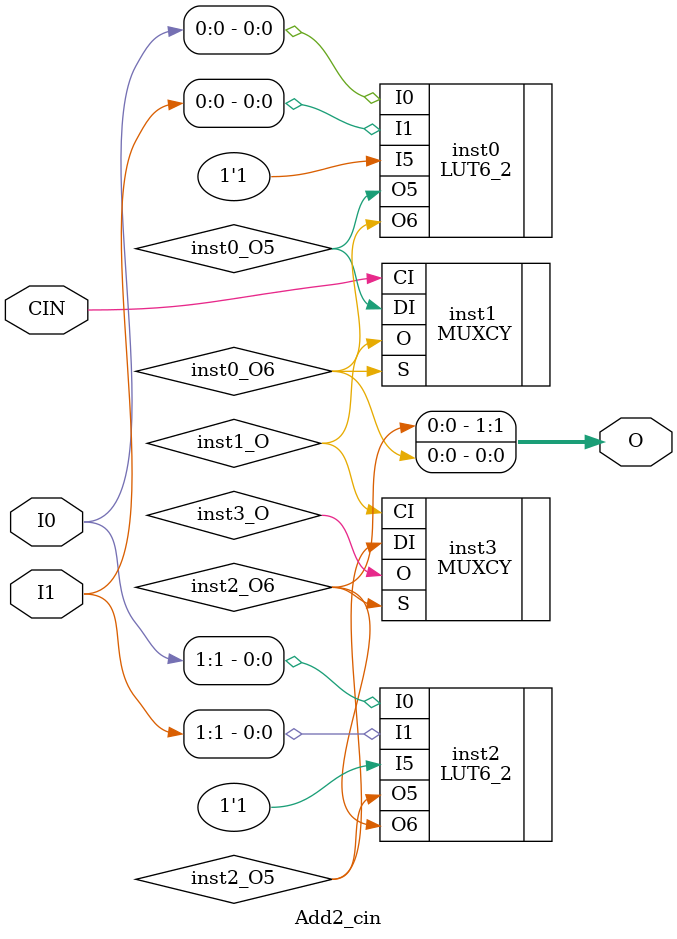
<source format=v>
module Add2_cin (input [1:0] I0, input [1:0] I1, input  CIN, output [1:0] O);
wire  inst0_O5;
wire  inst0_O6;
wire  inst1_O;
wire  inst2_O5;
wire  inst2_O6;
wire  inst3_O;
LUT6_2 #(.INIT(64'h1111111111111110)) inst0 (.I0(I0[0]), .I1(I1[0]), .I5(1'b1), .O5(inst0_O5), .O6(inst0_O6));
MUXCY inst1 (.DI(inst0_O5), .CI(CIN), .S(inst0_O6), .O(inst1_O));
LUT6_2 #(.INIT(64'h1111111111111110)) inst2 (.I0(I0[1]), .I1(I1[1]), .I5(1'b1), .O5(inst2_O5), .O6(inst2_O6));
MUXCY inst3 (.DI(inst2_O5), .CI(inst1_O), .S(inst2_O6), .O(inst3_O));
assign O = {inst2_O6,inst0_O6};
endmodule


</source>
